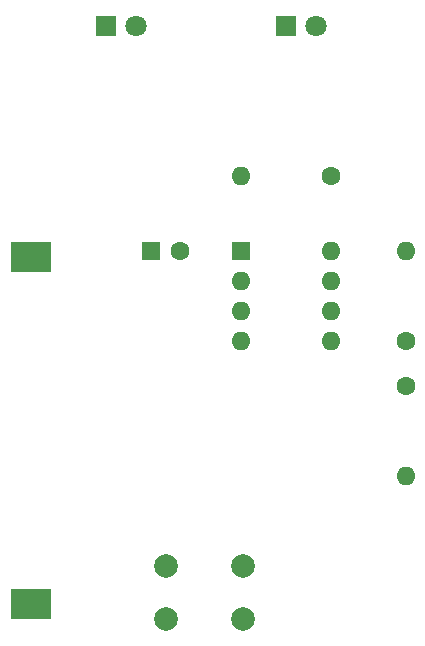
<source format=gbr>
%TF.GenerationSoftware,KiCad,Pcbnew,(5.1.8)-1*%
%TF.CreationDate,2021-08-08T22:25:58+05:30*%
%TF.ProjectId,1st,3173742e-6b69-4636-9164-5f7063625858,rev?*%
%TF.SameCoordinates,Original*%
%TF.FileFunction,Soldermask,Bot*%
%TF.FilePolarity,Negative*%
%FSLAX46Y46*%
G04 Gerber Fmt 4.6, Leading zero omitted, Abs format (unit mm)*
G04 Created by KiCad (PCBNEW (5.1.8)-1) date 2021-08-08 22:25:58*
%MOMM*%
%LPD*%
G01*
G04 APERTURE LIST*
%ADD10R,3.510000X2.540000*%
%ADD11R,1.600000X1.600000*%
%ADD12C,1.600000*%
%ADD13R,1.800000X1.800000*%
%ADD14C,1.800000*%
%ADD15O,1.600000X1.600000*%
%ADD16C,2.000000*%
G04 APERTURE END LIST*
D10*
%TO.C,BT1*%
X48260000Y-95960000D03*
X48260000Y-66600000D03*
%TD*%
D11*
%TO.C,C1*%
X58420000Y-66040000D03*
D12*
X60920000Y-66040000D03*
%TD*%
D13*
%TO.C,D1*%
X54610000Y-46990000D03*
D14*
X57150000Y-46990000D03*
%TD*%
%TO.C,D2*%
X72390000Y-46990000D03*
D13*
X69850000Y-46990000D03*
%TD*%
D15*
%TO.C,R1*%
X80010000Y-66040000D03*
D12*
X80010000Y-73660000D03*
%TD*%
%TO.C,R2*%
X80010000Y-77470000D03*
D15*
X80010000Y-85090000D03*
%TD*%
D12*
%TO.C,R3*%
X73660000Y-59690000D03*
D15*
X66040000Y-59690000D03*
%TD*%
D16*
%TO.C,SW1*%
X59690000Y-97210000D03*
X59690000Y-92710000D03*
X66190000Y-97210000D03*
X66190000Y-92710000D03*
%TD*%
D11*
%TO.C,U1*%
X66040000Y-66040000D03*
D15*
X73660000Y-73660000D03*
X66040000Y-68580000D03*
X73660000Y-71120000D03*
X66040000Y-71120000D03*
X73660000Y-68580000D03*
X66040000Y-73660000D03*
X73660000Y-66040000D03*
%TD*%
M02*

</source>
